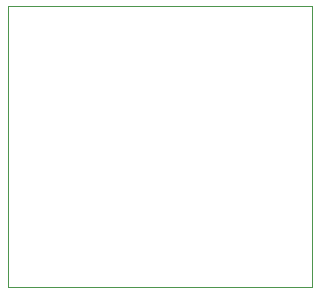
<source format=gm1>
G04 #@! TF.GenerationSoftware,KiCad,Pcbnew,7.0.1*
G04 #@! TF.CreationDate,2023-10-25T21:17:39+02:00*
G04 #@! TF.ProjectId,canfd_breakout,63616e66-645f-4627-9265-616b6f75742e,rev?*
G04 #@! TF.SameCoordinates,Original*
G04 #@! TF.FileFunction,Profile,NP*
%FSLAX46Y46*%
G04 Gerber Fmt 4.6, Leading zero omitted, Abs format (unit mm)*
G04 Created by KiCad (PCBNEW 7.0.1) date 2023-10-25 21:17:39*
%MOMM*%
%LPD*%
G01*
G04 APERTURE LIST*
G04 #@! TA.AperFunction,Profile*
%ADD10C,0.001000*%
G04 #@! TD*
G04 APERTURE END LIST*
D10*
X98552000Y-95758000D02*
X124333000Y-95758000D01*
X124333000Y-119507000D01*
X98552000Y-119507000D01*
X98552000Y-95758000D01*
M02*

</source>
